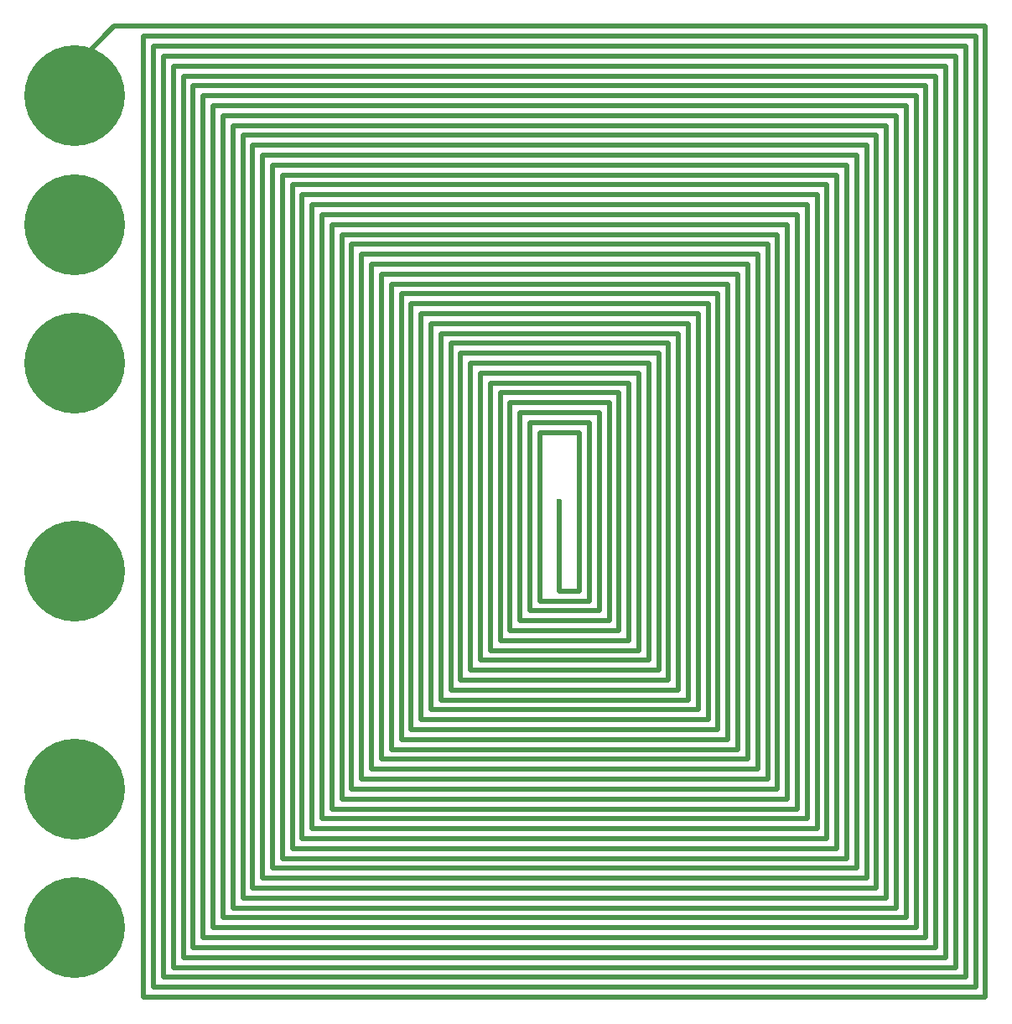
<source format=gbr>
%TF.GenerationSoftware,KiCad,Pcbnew,7.0.11+dfsg-1build4*%
%TF.CreationDate,2025-01-11T13:27:16-06:00*%
%TF.ProjectId,InductorAntenna,496e6475-6374-46f7-9241-6e74656e6e61,rev?*%
%TF.SameCoordinates,Original*%
%TF.FileFunction,Copper,L2,Bot*%
%TF.FilePolarity,Positive*%
%FSLAX46Y46*%
G04 Gerber Fmt 4.6, Leading zero omitted, Abs format (unit mm)*
G04 Created by KiCad (PCBNEW 7.0.11+dfsg-1build4) date 2025-01-11 13:27:16*
%MOMM*%
%LPD*%
G01*
G04 APERTURE LIST*
%TA.AperFunction,WasherPad*%
%ADD10C,10.160000*%
%TD*%
%TA.AperFunction,ComponentPad*%
%ADD11C,10.160000*%
%TD*%
%TA.AperFunction,ViaPad*%
%ADD12C,0.600000*%
%TD*%
%TA.AperFunction,Conductor*%
%ADD13C,0.500000*%
%TD*%
G04 APERTURE END LIST*
D10*
%TO.P,H3,*%
%TO.N,*%
X57000000Y-128000000D03*
%TD*%
%TO.P,H2,*%
%TO.N,*%
X57000000Y-106000000D03*
%TD*%
%TO.P,H1,*%
%TO.N,*%
X57000000Y-85000000D03*
%TD*%
D11*
%TO.P,J3,1,Pin_1*%
%TO.N,Net-(J1-Pin_1)*%
X57000000Y-142000000D03*
%TD*%
%TO.P,J1,1,Pin_1*%
%TO.N,Net-(J1-Pin_1)*%
X57000000Y-58000000D03*
%TD*%
%TO.P,J2,1,Pin_1*%
%TO.N,Net-(J1-Pin_1)*%
X57000000Y-71000000D03*
%TD*%
D12*
%TO.N,Net-(J1-Pin_1)*%
X106000000Y-99000000D03*
%TD*%
D13*
%TO.N,Net-(J1-Pin_1)*%
X139000000Y-139000000D02*
X139000000Y-61000000D01*
X102000000Y-111000000D02*
X111000000Y-111000000D01*
X75000000Y-138000000D02*
X138000000Y-138000000D01*
X137000000Y-63000000D02*
X75000000Y-63000000D01*
X110000000Y-110000000D02*
X110000000Y-90000000D01*
X76000000Y-137000000D02*
X137000000Y-137000000D01*
X64000000Y-149000000D02*
X149000000Y-149000000D01*
X136000000Y-64000000D02*
X76000000Y-64000000D01*
X135000000Y-65000000D02*
X77000000Y-65000000D01*
X74000000Y-62000000D02*
X74000000Y-139000000D01*
X78000000Y-66000000D02*
X78000000Y-135000000D01*
X122000000Y-78000000D02*
X90000000Y-78000000D01*
X66000000Y-147000000D02*
X147000000Y-147000000D01*
X134000000Y-134000000D02*
X134000000Y-66000000D01*
X133000000Y-67000000D02*
X79000000Y-67000000D01*
X132000000Y-68000000D02*
X80000000Y-68000000D01*
X142000000Y-58000000D02*
X70000000Y-58000000D01*
X138000000Y-62000000D02*
X74000000Y-62000000D01*
X124000000Y-76000000D02*
X88000000Y-76000000D01*
X124000000Y-124000000D02*
X124000000Y-76000000D01*
X147000000Y-147000000D02*
X147000000Y-53000000D01*
X81000000Y-69000000D02*
X81000000Y-132000000D01*
X61000000Y-51000000D02*
X57000000Y-55000000D01*
X138000000Y-138000000D02*
X138000000Y-62000000D01*
X134000000Y-66000000D02*
X78000000Y-66000000D01*
X131000000Y-69000000D02*
X81000000Y-69000000D01*
X82000000Y-131000000D02*
X131000000Y-131000000D01*
X130000000Y-130000000D02*
X130000000Y-70000000D01*
X83000000Y-130000000D02*
X130000000Y-130000000D01*
X145000000Y-55000000D02*
X67000000Y-55000000D01*
X128000000Y-72000000D02*
X84000000Y-72000000D01*
X129000000Y-71000000D02*
X83000000Y-71000000D01*
X141000000Y-59000000D02*
X71000000Y-59000000D01*
X127000000Y-73000000D02*
X85000000Y-73000000D01*
X137000000Y-137000000D02*
X137000000Y-63000000D01*
X76000000Y-64000000D02*
X76000000Y-137000000D01*
X131000000Y-131000000D02*
X131000000Y-69000000D01*
X87000000Y-75000000D02*
X87000000Y-126000000D01*
X102000000Y-90000000D02*
X102000000Y-111000000D01*
X86000000Y-127000000D02*
X127000000Y-127000000D01*
X86000000Y-74000000D02*
X86000000Y-127000000D01*
X126000000Y-74000000D02*
X86000000Y-74000000D01*
X126000000Y-126000000D02*
X126000000Y-74000000D01*
X103000000Y-91000000D02*
X103000000Y-110000000D01*
X74000000Y-139000000D02*
X139000000Y-139000000D01*
X87000000Y-126000000D02*
X126000000Y-126000000D01*
X125000000Y-75000000D02*
X87000000Y-75000000D01*
X79000000Y-134000000D02*
X134000000Y-134000000D01*
X125000000Y-125000000D02*
X125000000Y-75000000D01*
X88000000Y-125000000D02*
X125000000Y-125000000D01*
X129000000Y-129000000D02*
X129000000Y-71000000D01*
X88000000Y-76000000D02*
X88000000Y-125000000D01*
X92000000Y-80000000D02*
X92000000Y-121000000D01*
X84000000Y-72000000D02*
X84000000Y-129000000D01*
X108000000Y-108000000D02*
X108000000Y-92000000D01*
X89000000Y-77000000D02*
X89000000Y-124000000D01*
X123000000Y-77000000D02*
X89000000Y-77000000D01*
X67000000Y-146000000D02*
X146000000Y-146000000D01*
X135000000Y-135000000D02*
X135000000Y-65000000D01*
X123000000Y-123000000D02*
X123000000Y-77000000D01*
X106000000Y-99000000D02*
X106000000Y-108000000D01*
X79000000Y-67000000D02*
X79000000Y-134000000D01*
X98000000Y-115000000D02*
X115000000Y-115000000D01*
X136000000Y-136000000D02*
X136000000Y-64000000D01*
X98000000Y-86000000D02*
X98000000Y-115000000D01*
X115000000Y-85000000D02*
X97000000Y-85000000D01*
X122000000Y-122000000D02*
X122000000Y-78000000D01*
X114000000Y-86000000D02*
X98000000Y-86000000D01*
X114000000Y-114000000D02*
X114000000Y-86000000D01*
X80000000Y-68000000D02*
X80000000Y-133000000D01*
X100000000Y-113000000D02*
X113000000Y-113000000D01*
X101000000Y-89000000D02*
X101000000Y-112000000D01*
X75000000Y-63000000D02*
X75000000Y-138000000D01*
X118000000Y-118000000D02*
X118000000Y-82000000D01*
X146000000Y-146000000D02*
X146000000Y-54000000D01*
X93000000Y-81000000D02*
X93000000Y-120000000D01*
X92000000Y-121000000D02*
X121000000Y-121000000D01*
X90000000Y-78000000D02*
X90000000Y-123000000D01*
X67000000Y-55000000D02*
X67000000Y-146000000D01*
X111000000Y-111000000D02*
X111000000Y-89000000D01*
X108000000Y-92000000D02*
X104000000Y-92000000D01*
X132000000Y-132000000D02*
X132000000Y-68000000D01*
X142000000Y-142000000D02*
X142000000Y-58000000D01*
X90000000Y-123000000D02*
X123000000Y-123000000D01*
X119000000Y-119000000D02*
X119000000Y-81000000D01*
X101000000Y-112000000D02*
X112000000Y-112000000D01*
X127000000Y-127000000D02*
X127000000Y-73000000D01*
X112000000Y-88000000D02*
X100000000Y-88000000D01*
X95000000Y-118000000D02*
X118000000Y-118000000D01*
X94000000Y-82000000D02*
X94000000Y-119000000D01*
X77000000Y-136000000D02*
X136000000Y-136000000D01*
X80000000Y-133000000D02*
X133000000Y-133000000D01*
X106000000Y-108000000D02*
X108000000Y-108000000D01*
X78000000Y-135000000D02*
X135000000Y-135000000D01*
X113000000Y-113000000D02*
X113000000Y-87000000D01*
X148000000Y-52000000D02*
X64000000Y-52000000D01*
X83000000Y-71000000D02*
X83000000Y-130000000D01*
X116000000Y-84000000D02*
X96000000Y-84000000D01*
X109000000Y-109000000D02*
X109000000Y-91000000D01*
X141000000Y-141000000D02*
X141000000Y-59000000D01*
X99000000Y-87000000D02*
X99000000Y-114000000D01*
X110000000Y-90000000D02*
X102000000Y-90000000D01*
X100000000Y-88000000D02*
X100000000Y-113000000D01*
X104000000Y-92000000D02*
X104000000Y-109000000D01*
X109000000Y-91000000D02*
X103000000Y-91000000D01*
X113000000Y-87000000D02*
X99000000Y-87000000D01*
X82000000Y-70000000D02*
X82000000Y-131000000D01*
X95000000Y-83000000D02*
X95000000Y-118000000D01*
X93000000Y-120000000D02*
X120000000Y-120000000D01*
X99000000Y-114000000D02*
X114000000Y-114000000D01*
X77000000Y-65000000D02*
X77000000Y-136000000D01*
X96000000Y-117000000D02*
X117000000Y-117000000D01*
X119000000Y-81000000D02*
X93000000Y-81000000D01*
X133000000Y-133000000D02*
X133000000Y-67000000D01*
X103000000Y-110000000D02*
X110000000Y-110000000D01*
X97000000Y-85000000D02*
X97000000Y-116000000D01*
X81000000Y-132000000D02*
X132000000Y-132000000D01*
X71000000Y-142000000D02*
X142000000Y-142000000D01*
X104000000Y-109000000D02*
X109000000Y-109000000D01*
X115000000Y-115000000D02*
X115000000Y-85000000D01*
X97000000Y-116000000D02*
X116000000Y-116000000D01*
X118000000Y-82000000D02*
X94000000Y-82000000D01*
X85000000Y-128000000D02*
X128000000Y-128000000D01*
X143000000Y-57000000D02*
X69000000Y-57000000D01*
X85000000Y-73000000D02*
X85000000Y-128000000D01*
X112000000Y-112000000D02*
X112000000Y-88000000D01*
X116000000Y-116000000D02*
X116000000Y-84000000D01*
X96000000Y-84000000D02*
X96000000Y-117000000D01*
X117000000Y-117000000D02*
X117000000Y-83000000D01*
X140000000Y-140000000D02*
X140000000Y-60000000D01*
X91000000Y-79000000D02*
X91000000Y-122000000D01*
X117000000Y-83000000D02*
X95000000Y-83000000D01*
X130000000Y-70000000D02*
X82000000Y-70000000D01*
X65000000Y-148000000D02*
X148000000Y-148000000D01*
X94000000Y-119000000D02*
X119000000Y-119000000D01*
X70000000Y-58000000D02*
X70000000Y-143000000D01*
X128000000Y-128000000D02*
X128000000Y-72000000D01*
X149000000Y-149000000D02*
X149000000Y-51000000D01*
X111000000Y-89000000D02*
X101000000Y-89000000D01*
X143000000Y-143000000D02*
X143000000Y-57000000D01*
X120000000Y-120000000D02*
X120000000Y-80000000D01*
X120000000Y-80000000D02*
X92000000Y-80000000D01*
X84000000Y-129000000D02*
X129000000Y-129000000D01*
X91000000Y-122000000D02*
X122000000Y-122000000D01*
X89000000Y-124000000D02*
X124000000Y-124000000D01*
X72000000Y-60000000D02*
X72000000Y-141000000D01*
X121000000Y-79000000D02*
X91000000Y-79000000D01*
X121000000Y-121000000D02*
X121000000Y-79000000D01*
X139000000Y-61000000D02*
X73000000Y-61000000D01*
X73000000Y-61000000D02*
X73000000Y-140000000D01*
X73000000Y-140000000D02*
X140000000Y-140000000D01*
X140000000Y-60000000D02*
X72000000Y-60000000D01*
X72000000Y-141000000D02*
X141000000Y-141000000D01*
X71000000Y-59000000D02*
X71000000Y-142000000D01*
X70000000Y-143000000D02*
X143000000Y-143000000D01*
X69000000Y-57000000D02*
X69000000Y-144000000D01*
X69000000Y-144000000D02*
X144000000Y-144000000D01*
X144000000Y-144000000D02*
X144000000Y-56000000D01*
X144000000Y-56000000D02*
X68000000Y-56000000D01*
X68000000Y-56000000D02*
X68000000Y-145000000D01*
X68000000Y-145000000D02*
X145000000Y-145000000D01*
X145000000Y-145000000D02*
X145000000Y-55000000D01*
X146000000Y-54000000D02*
X66000000Y-54000000D01*
X66000000Y-54000000D02*
X66000000Y-147000000D01*
X147000000Y-53000000D02*
X65000000Y-53000000D01*
X65000000Y-53000000D02*
X65000000Y-148000000D01*
X148000000Y-148000000D02*
X148000000Y-52000000D01*
X64000000Y-52000000D02*
X64000000Y-149000000D01*
X149000000Y-51000000D02*
X61000000Y-51000000D01*
X57000000Y-55000000D02*
X57000000Y-58000000D01*
%TD*%
M02*

</source>
